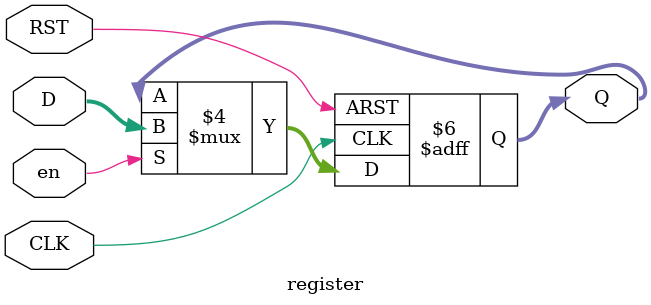
<source format=v>
/*--  *******************************************************
--  Computer Architecture Course, Laboratory Sources 
--  Amirkabir University of Technology (Tehran Polytechnic)
--  Department of Computer Engineering (CE-AUT)
--  https://ce[dot]aut[dot]ac[dot]ir
--  *******************************************************
--  All Rights reserved (C) 2021-2022
--  *******************************************************
--  Student ID  : 
--  Student Name: 
--  Student Mail: 
--  *******************************************************
--  Additional Comments:
--
--*/

/*-----------------------------------------------------------
---  Module Name: register
-----------------------------------------------------------*/
`timescale 1 ns/1 ns
module register(
input [7:0] D,
input CLK, 
input RST,
input en,
output reg [7:0] Q
);

//reg [7:0] Q_reg;
	 
always @(posedge CLK or negedge RST)
	begin
		if(~RST)
			Q = 8'b00000000;
		else if(en)
			Q = D;
	end

//assign Q = Q_reg;

endmodule

</source>
